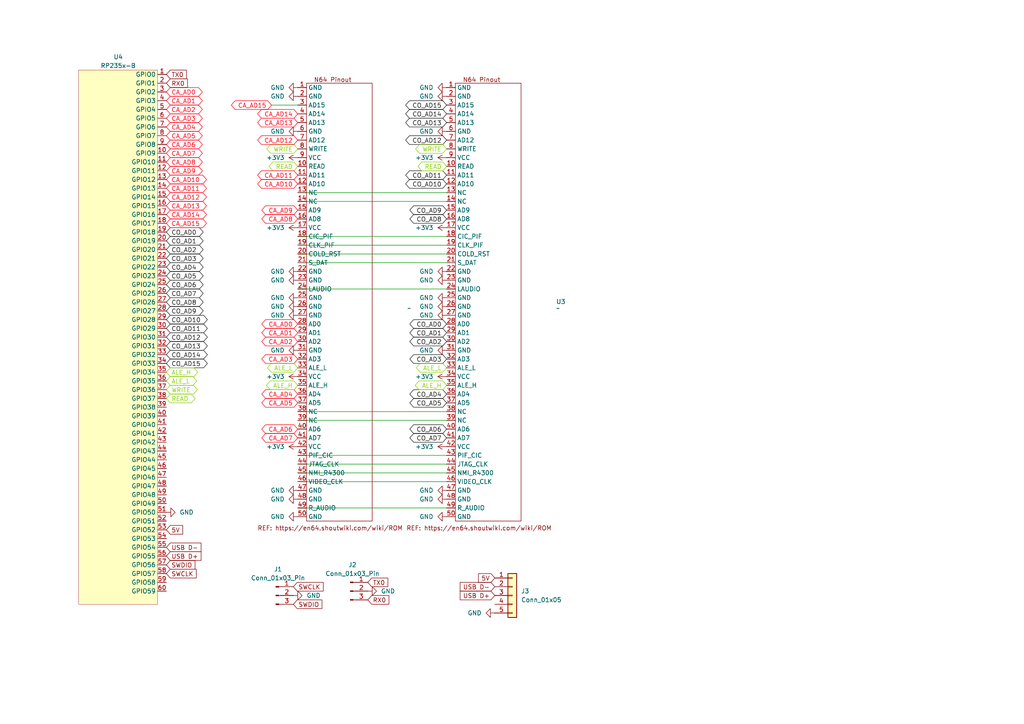
<source format=kicad_sch>
(kicad_sch (version 20231120) (generator "eeschema") (generator_version "8.0")
  (paper "A4")
  (lib_symbols
    (symbol "Connector:Conn_01x03_Pin" (pin_names (offset 1.016) hide)
      (property "Reference" "J" (at 0 5.08 0))
      (property "Value" "Conn_01x03_Pin" (at 0 -5.08 0))
      (symbol "Conn_01x03_Pin_1_1"
        (polyline (pts (xy 1.27 -2.54) (xy 0.8636 -2.54)) (stroke (width 0.1524)))
        (polyline (pts (xy 1.27 0) (xy 0.8636 0)) (stroke (width 0.1524)))
        (polyline (pts (xy 1.27 2.54) (xy 0.8636 2.54)) (stroke (width 0.1524)))
        (rectangle (start 0.8636 -2.413) (end 0 -2.667) (stroke (width 0.1524)) (fill (type outline)))
        (rectangle (start 0.8636 0.127) (end 0 -0.127) (stroke (width 0.1524)) (fill (type outline)))
        (rectangle (start 0.8636 2.667) (end 0 2.413) (stroke (width 0.1524)) (fill (type outline)))
        (pin passive line (at 5.08 2.54 180) (length 3.81) (name "Pin_1") (number "1"))
        (pin passive line (at 5.08 0 180) (length 3.81) (name "Pin_2") (number "2"))
        (pin passive line (at 5.08 -2.54 180) (length 3.81) (name "Pin_3") (number "3"))
      )
    )
    (symbol "Connector_Generic:Conn_01x05" (pin_names (offset 1.016) hide)
      (property "Reference" "J" (at 0 7.62 0))
      (property "Value" "Conn_01x05" (at 0 -7.62 0))
      (symbol "Conn_01x05_1_1"
        (rectangle (start -1.27 -4.953) (end 0 -5.207) (stroke (width 0.1524)))
        (rectangle (start -1.27 -2.413) (end 0 -2.667) (stroke (width 0.1524)))
        (rectangle (start -1.27 0.127) (end 0 -0.127) (stroke (width 0.1524)))
        (rectangle (start -1.27 2.667) (end 0 2.413) (stroke (width 0.1524)))
        (rectangle (start -1.27 5.207) (end 0 4.953) (stroke (width 0.1524)))
        (rectangle (start -1.27 6.35) (end 1.27 -6.35) (stroke (width 0.254)) (fill (type background)))
        (pin passive line (at -5.08 5.08 0) (length 3.81) (name "Pin_1") (number "1"))
        (pin passive line (at -5.08 2.54 0) (length 3.81) (name "Pin_2") (number "2"))
        (pin passive line (at -5.08 0 0) (length 3.81) (name "Pin_3") (number "3"))
        (pin passive line (at -5.08 -2.54 0) (length 3.81) (name "Pin_4") (number "4"))
        (pin passive line (at -5.08 -5.08 0) (length 3.81) (name "Pin_5") (number "5"))
      )
    )
    (symbol "MCU_RaspberryPi2:RP2350B_Stamp_XL"
      (property "Reference" "U" (at 11.43 81.28 0))
      (property "Value" "RP235x-B" (at 0 -77.47 0))
      (symbol "RP2350B_Stamp_XL_0_1"
        (rectangle (start -11.43 78.74) (end 11.43 -76.2) (stroke (width 0.001)) (fill (type background)))
      )
      (symbol "RP2350B_Stamp_XL_1_0"
        (pin bidirectional line (at 13.97 77.47 180) (length 2.54) (name "GPIO0") (number "1"))
        (pin bidirectional line (at 13.97 54.61 180) (length 2.54) (name "GPIO9") (number "10"))
        (pin bidirectional line (at 13.97 52.07 180) (length 2.54) (name "GPIO10") (number "11"))
        (pin bidirectional line (at 13.97 49.53 180) (length 2.54) (name "GPIO11") (number "12"))
        (pin bidirectional line (at 13.97 46.99 180) (length 2.54) (name "GPIO12") (number "13"))
        (pin bidirectional line (at 13.97 44.45 180) (length 2.54) (name "GPIO13") (number "14"))
        (pin bidirectional line (at 13.97 41.91 180) (length 2.54) (name "GPIO14") (number "15"))
        (pin bidirectional line (at 13.97 39.37 180) (length 2.54) (name "GPIO15") (number "16"))
        (pin bidirectional line (at 13.97 36.83 180) (length 2.54) (name "GPIO16") (number "17"))
        (pin bidirectional line (at 13.97 34.29 180) (length 2.54) (name "GPIO17") (number "18"))
        (pin bidirectional line (at 13.97 31.75 180) (length 2.54) (name "GPIO18") (number "19"))
        (pin bidirectional line (at 13.97 74.93 180) (length 2.54) (name "GPIO1") (number "2"))
        (pin bidirectional line (at 13.97 29.21 180) (length 2.54) (name "GPIO19") (number "20"))
        (pin bidirectional line (at 13.97 26.67 180) (length 2.54) (name "GPIO20") (number "21"))
        (pin bidirectional line (at 13.97 24.13 180) (length 2.54) (name "GPIO21") (number "22"))
        (pin bidirectional line (at 13.97 21.59 180) (length 2.54) (name "GPIO22") (number "23"))
        (pin bidirectional line (at 13.97 19.05 180) (length 2.54) (name "GPIO23") (number "24"))
        (pin bidirectional line (at 13.97 16.51 180) (length 2.54) (name "GPIO24") (number "25"))
        (pin bidirectional line (at 13.97 13.97 180) (length 2.54) (name "GPIO25") (number "26"))
        (pin bidirectional line (at 13.97 11.43 180) (length 2.54) (name "GPIO26") (number "27"))
        (pin bidirectional line (at 13.97 8.89 180) (length 2.54) (name "GPIO27") (number "28"))
        (pin bidirectional line (at 13.97 6.35 180) (length 2.54) (name "GPIO28") (number "29"))
        (pin bidirectional line (at 13.97 72.39 180) (length 2.54) (name "GPIO2") (number "3"))
        (pin bidirectional line (at 13.97 3.81 180) (length 2.54) (name "GPIO29") (number "30"))
        (pin bidirectional line (at 13.97 1.27 180) (length 2.54) (name "GPIO30") (number "31"))
        (pin bidirectional line (at 13.97 -1.27 180) (length 2.54) (name "GPIO31") (number "32"))
        (pin bidirectional line (at 13.97 -3.81 180) (length 2.54) (name "GPIO32") (number "33"))
        (pin bidirectional line (at 13.97 -6.35 180) (length 2.54) (name "GPIO33") (number "34"))
        (pin bidirectional line (at 13.97 -8.89 180) (length 2.54) (name "GPIO34") (number "35"))
        (pin bidirectional line (at 13.97 -11.43 180) (length 2.54) (name "GPIO35") (number "36"))
        (pin bidirectional line (at 13.97 -13.97 180) (length 2.54) (name "GPIO36") (number "37"))
        (pin bidirectional line (at 13.97 -16.51 180) (length 2.54) (name "GPIO37") (number "38"))
        (pin bidirectional line (at 13.97 -19.05 180) (length 2.54) (name "GPIO38") (number "39"))
        (pin bidirectional line (at 13.97 69.85 180) (length 2.54) (name "GPIO3") (number "4"))
        (pin bidirectional line (at 13.97 -21.59 180) (length 2.54) (name "GPIO39") (number "40"))
        (pin bidirectional line (at 13.97 -24.13 180) (length 2.54) (name "GPIO40") (number "41"))
        (pin bidirectional line (at 13.97 -26.67 180) (length 2.54) (name "GPIO41") (number "42"))
        (pin bidirectional line (at 13.97 -29.21 180) (length 2.54) (name "GPIO42") (number "43"))
        (pin bidirectional line (at 13.97 -31.75 180) (length 2.54) (name "GPIO43") (number "44"))
        (pin bidirectional line (at 13.97 -34.29 180) (length 2.54) (name "GPIO44") (number "45"))
        (pin bidirectional line (at 13.97 -36.83 180) (length 2.54) (name "GPIO45") (number "46"))
        (pin bidirectional line (at 13.97 -39.37 180) (length 2.54) (name "GPIO46") (number "47"))
        (pin bidirectional line (at 13.97 -41.91 180) (length 2.54) (name "GPIO47") (number "48"))
        (pin bidirectional line (at 13.97 -44.45 180) (length 2.54) (name "GPIO48") (number "49"))
        (pin bidirectional line (at 13.97 67.31 180) (length 2.54) (name "GPIO4") (number "5"))
        (pin bidirectional line (at 13.97 -46.99 180) (length 2.54) (name "GPIO49") (number "50"))
        (pin bidirectional line (at 13.97 -49.53 180) (length 2.54) (name "GPIO50") (number "51"))
        (pin bidirectional line (at 13.97 -52.07 180) (length 2.54) (name "GPIO51") (number "52"))
        (pin bidirectional line (at 13.97 -54.61 180) (length 2.54) (name "GPIO52") (number "53"))
        (pin bidirectional line (at 13.97 -57.15 180) (length 2.54) (name "GPIO53") (number "54"))
        (pin bidirectional line (at 13.97 -59.69 180) (length 2.54) (name "GPIO54") (number "55"))
        (pin bidirectional line (at 13.97 -62.23 180) (length 2.54) (name "GPIO55") (number "56"))
        (pin bidirectional line (at 13.97 -64.77 180) (length 2.54) (name "GPIO56") (number "57"))
        (pin bidirectional line (at 13.97 -67.31 180) (length 2.54) (name "GPIO57") (number "58"))
        (pin bidirectional line (at 13.97 -69.85 180) (length 2.54) (name "GPIO58") (number "59"))
        (pin bidirectional line (at 13.97 64.77 180) (length 2.54) (name "GPIO5") (number "6"))
        (pin bidirectional line (at 13.97 -72.39 180) (length 2.54) (name "GPIO59") (number "60"))
        (pin bidirectional line (at 13.97 62.23 180) (length 2.54) (name "GPIO6") (number "7"))
        (pin bidirectional line (at 13.97 59.69 180) (length 2.54) (name "GPIO7") (number "8"))
        (pin bidirectional line (at 13.97 57.15 180) (length 2.54) (name "GPIO8") (number "9"))
      )
    )
    (symbol "n64:cartridge_connector"
      (property "Reference" "U" (at -20.066 4.064 0))
      (symbol "cartridge_connector_0_1"
        (rectangle (start 0 87.63) (end 19.05 -39.37))
      )
      (symbol "cartridge_connector_1_1"
        (text "N64 Pinout" (at 7.62 88.646 0) (effects (font (size 1.27 1.27))))
        (text "REF: https://en64.shoutwiki.com/wiki/ROM" (at 6.858 -41.402 0) (effects (font (size 1.27 1.27))))
        (pin bidirectional line (at -2.54 86.36 0) (length 2.54) (name "GND") (number "1"))
        (pin bidirectional line (at -2.54 63.5 0) (length 2.54) (name "READ") (number "10"))
        (pin bidirectional line (at -2.54 60.96 0) (length 2.54) (name "AD11") (number "11"))
        (pin bidirectional line (at -2.54 58.42 0) (length 2.54) (name "AD10") (number "12"))
        (pin bidirectional line (at -2.54 55.88 0) (length 2.54) (name "NC") (number "13"))
        (pin bidirectional line (at -2.54 53.34 0) (length 2.54) (name "NC") (number "14"))
        (pin bidirectional line (at -2.54 50.8 0) (length 2.54) (name "AD9") (number "15"))
        (pin bidirectional line (at -2.54 48.26 0) (length 2.54) (name "AD8") (number "16"))
        (pin bidirectional line (at -2.54 45.72 0) (length 2.54) (name "VCC") (number "17"))
        (pin bidirectional line (at -2.54 43.18 0) (length 2.54) (name "CIC_PIF") (number "18"))
        (pin bidirectional line (at -2.54 40.64 0) (length 2.54) (name "CLK_PIF") (number "19"))
        (pin bidirectional line (at -2.54 83.82 0) (length 2.54) (name "GND") (number "2"))
        (pin bidirectional line (at -2.54 38.1 0) (length 2.54) (name "COLD_RST") (number "20"))
        (pin bidirectional line (at -2.54 35.56 0) (length 2.54) (name "S_DAT") (number "21"))
        (pin bidirectional line (at -2.54 33.02 0) (length 2.54) (name "GND") (number "22"))
        (pin bidirectional line (at -2.54 30.48 0) (length 2.54) (name "GND") (number "23"))
        (pin bidirectional line (at -2.54 27.94 0) (length 2.54) (name "LAUDIO") (number "24"))
        (pin bidirectional line (at -2.54 25.4 0) (length 2.54) (name "GND") (number "25"))
        (pin bidirectional line (at -2.54 22.86 0) (length 2.54) (name "GND") (number "26"))
        (pin bidirectional line (at -2.54 20.32 0) (length 2.54) (name "GND") (number "27"))
        (pin bidirectional line (at -2.54 17.78 0) (length 2.54) (name "AD0") (number "28"))
        (pin bidirectional line (at -2.54 15.24 0) (length 2.54) (name "AD1") (number "29"))
        (pin bidirectional line (at -2.54 81.28 0) (length 2.54) (name "AD15") (number "3"))
        (pin bidirectional line (at -2.54 12.7 0) (length 2.54) (name "AD2") (number "30"))
        (pin bidirectional line (at -2.54 10.16 0) (length 2.54) (name "GND") (number "31"))
        (pin bidirectional line (at -2.54 7.62 0) (length 2.54) (name "AD3") (number "32"))
        (pin bidirectional line (at -2.54 5.08 0) (length 2.54) (name "ALE_L") (number "33"))
        (pin bidirectional line (at -2.54 2.54 0) (length 2.54) (name "VCC") (number "34"))
        (pin bidirectional line (at -2.54 0 0) (length 2.54) (name "ALE_H") (number "35"))
        (pin bidirectional line (at -2.54 -2.54 0) (length 2.54) (name "AD4") (number "36"))
        (pin bidirectional line (at -2.54 -5.08 0) (length 2.54) (name "AD5") (number "37"))
        (pin bidirectional line (at -2.54 -7.62 0) (length 2.54) (name "NC") (number "38"))
        (pin bidirectional line (at -2.54 -10.16 0) (length 2.54) (name "NC") (number "39"))
        (pin bidirectional line (at -2.54 78.74 0) (length 2.54) (name "AD14") (number "4"))
        (pin bidirectional line (at -2.54 -12.7 0) (length 2.54) (name "AD6") (number "40"))
        (pin bidirectional line (at -2.54 -15.24 0) (length 2.54) (name "AD7") (number "41"))
        (pin bidirectional line (at -2.54 -17.78 0) (length 2.54) (name "VCC") (number "42"))
        (pin bidirectional line (at -2.54 -20.32 0) (length 2.54) (name "PIF_CIC") (number "43"))
        (pin bidirectional line (at -2.54 -22.86 0) (length 2.54) (name "JTAG_CLK") (number "44"))
        (pin bidirectional line (at -2.54 -25.4 0) (length 2.54) (name "NMI_R4300") (number "45"))
        (pin bidirectional line (at -2.54 -27.94 0) (length 2.54) (name "VIDEO_CLK") (number "46"))
        (pin bidirectional line (at -2.54 -30.48 0) (length 2.54) (name "GND") (number "47"))
        (pin bidirectional line (at -2.54 -33.02 0) (length 2.54) (name "GND") (number "48"))
        (pin bidirectional line (at -2.54 -35.56 0) (length 2.54) (name "R_AUDIO") (number "49"))
        (pin bidirectional line (at -2.54 76.2 0) (length 2.54) (name "AD13") (number "5"))
        (pin bidirectional line (at -2.54 -38.1 0) (length 2.54) (name "GND") (number "50"))
        (pin bidirectional line (at -2.54 73.66 0) (length 2.54) (name "GND") (number "6"))
        (pin bidirectional line (at -2.54 71.12 0) (length 2.54) (name "AD12") (number "7"))
        (pin bidirectional line (at -2.54 68.58 0) (length 2.54) (name "WRITE") (number "8"))
        (pin bidirectional line (at -2.54 66.04 0) (length 2.54) (name "VCC") (number "9"))
      )
    )
    (symbol "n64:console_connector"
      (property "Reference" "U" (at -20.066 4.064 0))
      (symbol "console_connector_0_1"
        (rectangle (start 0 87.63) (end 19.05 -39.37))
      )
      (symbol "console_connector_1_1"
        (text "N64 Pinout" (at 7.62 88.646 0) (effects (font (size 1.27 1.27))))
        (text "REF: https://en64.shoutwiki.com/wiki/ROM" (at 6.858 -41.402 0) (effects (font (size 1.27 1.27))))
        (pin bidirectional line (at -2.54 86.36 0) (length 2.54) (name "GND") (number "1"))
        (pin bidirectional line (at -2.54 63.5 0) (length 2.54) (name "READ") (number "10"))
        (pin bidirectional line (at -2.54 60.96 0) (length 2.54) (name "AD11") (number "11"))
        (pin bidirectional line (at -2.54 58.42 0) (length 2.54) (name "AD10") (number "12"))
        (pin bidirectional line (at -2.54 55.88 0) (length 2.54) (name "NC") (number "13"))
        (pin bidirectional line (at -2.54 53.34 0) (length 2.54) (name "NC") (number "14"))
        (pin bidirectional line (at -2.54 50.8 0) (length 2.54) (name "AD9") (number "15"))
        (pin bidirectional line (at -2.54 48.26 0) (length 2.54) (name "AD8") (number "16"))
        (pin bidirectional line (at -2.54 45.72 0) (length 2.54) (name "VCC") (number "17"))
        (pin bidirectional line (at -2.54 43.18 0) (length 2.54) (name "CIC_PIF") (number "18"))
        (pin bidirectional line (at -2.54 40.64 0) (length 2.54) (name "CLK_PIF") (number "19"))
        (pin bidirectional line (at -2.54 83.82 0) (length 2.54) (name "GND") (number "2"))
        (pin bidirectional line (at -2.54 38.1 0) (length 2.54) (name "COLD_RST") (number "20"))
        (pin bidirectional line (at -2.54 35.56 0) (length 2.54) (name "S_DAT") (number "21"))
        (pin bidirectional line (at -2.54 33.02 0) (length 2.54) (name "GND") (number "22"))
        (pin bidirectional line (at -2.54 30.48 0) (length 2.54) (name "GND") (number "23"))
        (pin bidirectional line (at -2.54 27.94 0) (length 2.54) (name "LAUDIO") (number "24"))
        (pin bidirectional line (at -2.54 25.4 0) (length 2.54) (name "GND") (number "25"))
        (pin bidirectional line (at -2.54 22.86 0) (length 2.54) (name "GND") (number "26"))
        (pin bidirectional line (at -2.54 20.32 0) (length 2.54) (name "GND") (number "27"))
        (pin bidirectional line (at -2.54 17.78 0) (length 2.54) (name "AD0") (number "28"))
        (pin bidirectional line (at -2.54 15.24 0) (length 2.54) (name "AD1") (number "29"))
        (pin bidirectional line (at -2.54 81.28 0) (length 2.54) (name "AD15") (number "3"))
        (pin bidirectional line (at -2.54 12.7 0) (length 2.54) (name "AD2") (number "30"))
        (pin bidirectional line (at -2.54 10.16 0) (length 2.54) (name "GND") (number "31"))
        (pin bidirectional line (at -2.54 7.62 0) (length 2.54) (name "AD3") (number "32"))
        (pin bidirectional line (at -2.54 5.08 0) (length 2.54) (name "ALE_L") (number "33"))
        (pin bidirectional line (at -2.54 2.54 0) (length 2.54) (name "VCC") (number "34"))
        (pin bidirectional line (at -2.54 0 0) (length 2.54) (name "ALE_H") (number "35"))
        (pin bidirectional line (at -2.54 -2.54 0) (length 2.54) (name "AD4") (number "36"))
        (pin bidirectional line (at -2.54 -5.08 0) (length 2.54) (name "AD5") (number "37"))
        (pin bidirectional line (at -2.54 -7.62 0) (length 2.54) (name "NC") (number "38"))
        (pin bidirectional line (at -2.54 -10.16 0) (length 2.54) (name "NC") (number "39"))
        (pin bidirectional line (at -2.54 78.74 0) (length 2.54) (name "AD14") (number "4"))
        (pin bidirectional line (at -2.54 -12.7 0) (length 2.54) (name "AD6") (number "40"))
        (pin bidirectional line (at -2.54 -15.24 0) (length 2.54) (name "AD7") (number "41"))
        (pin bidirectional line (at -2.54 -17.78 0) (length 2.54) (name "VCC") (number "42"))
        (pin bidirectional line (at -2.54 -20.32 0) (length 2.54) (name "PIF_CIC") (number "43"))
        (pin bidirectional line (at -2.54 -22.86 0) (length 2.54) (name "JTAG_CLK") (number "44"))
        (pin bidirectional line (at -2.54 -25.4 0) (length 2.54) (name "NMI_R4300") (number "45"))
        (pin bidirectional line (at -2.54 -27.94 0) (length 2.54) (name "VIDEO_CLK") (number "46"))
        (pin bidirectional line (at -2.54 -30.48 0) (length 2.54) (name "GND") (number "47"))
        (pin bidirectional line (at -2.54 -33.02 0) (length 2.54) (name "GND") (number "48"))
        (pin bidirectional line (at -2.54 -35.56 0) (length 2.54) (name "R_AUDIO") (number "49"))
        (pin bidirectional line (at -2.54 76.2 0) (length 2.54) (name "AD13") (number "5"))
        (pin bidirectional line (at -2.54 -38.1 0) (length 2.54) (name "GND") (number "50"))
        (pin bidirectional line (at -2.54 73.66 0) (length 2.54) (name "GND") (number "6"))
        (pin bidirectional line (at -2.54 71.12 0) (length 2.54) (name "AD12") (number "7"))
        (pin bidirectional line (at -2.54 68.58 0) (length 2.54) (name "WRITE") (number "8"))
        (pin bidirectional line (at -2.54 66.04 0) (length 2.54) (name "VCC") (number "9"))
      )
    )
    (symbol "power:+3V3" (power) (pin_numbers hide) (pin_names (offset 0) hide)
      (property "Value" "+3V3" (at 0 3.556 0))
      (symbol "+3V3_0_1"
        (polyline (pts (xy -0.762 1.27) (xy 0 2.54)))
        (polyline (pts (xy 0 0) (xy 0 2.54)))
        (polyline (pts (xy 0 2.54) (xy 0.762 1.27)))
      )
      (symbol "+3V3_1_1"
        (pin power_in line (at 0 0 90) (length 0) (name "~") (number "1"))
      )
    )
    (symbol "power:GND" (power) (pin_numbers hide) (pin_names (offset 0) hide)
      (property "Value" "GND" (at 0 -3.81 0))
      (symbol "GND_0_1"
        (polyline (pts (xy 0 0) (xy 0 -1.27) (xy 1.27 -1.27) (xy 0 -2.54) (xy -1.27 -1.27) (xy 0 -1.27)))
      )
      (symbol "GND_1_1"
        (pin power_in line (at 0 0 270) (length 0) (name "~") (number "1"))
      )
    )
  )
  (wire (pts (xy 86.36 121.92) (xy 129.54 121.92)))
  (wire (pts (xy 86.36 119.38) (xy 129.54 119.38)))
  (wire (pts (xy 86.36 137.16) (xy 129.54 137.16)))
  (wire (pts (xy 86.36 134.62) (xy 129.54 134.62)))
  (wire (pts (xy 86.36 147.32) (xy 129.54 147.32)))
  (wire (pts (xy 86.36 83.82) (xy 129.54 83.82)))
  (wire (pts (xy 86.36 73.66) (xy 129.54 73.66)))
  (wire (pts (xy 86.36 76.2) (xy 129.54 76.2)))
  (wire (pts (xy 86.36 139.7) (xy 129.54 139.7)))
  (wire (pts (xy 86.36 132.08) (xy 129.54 132.08)))
  (wire (pts (xy 86.36 68.58) (xy 129.54 68.58)))
  (wire (pts (xy 86.36 71.12) (xy 129.54 71.12)))
  (wire (pts (xy 86.36 58.42) (xy 129.54 58.42)))
  (wire (pts (xy 78.74 30.48) (xy 86.36 30.48)))
  (wire (pts (xy 86.36 55.88) (xy 129.54 55.88)))
  (global_label "CA_AD3" (shape bidirectional) (at 48.26 34.29 0) (property "Intersheetrefs" "${INTERSHEET_REFS}" (effects (hide yes))))
  (global_label "SWCLK" (shape input) (at 85.09 170.18 0) (property "Intersheetrefs" "${INTERSHEET_REFS}" (effects (hide yes))))
  (global_label "CO_AD12" (shape bidirectional) (at 48.26 97.79 0) (property "Intersheetrefs" "${INTERSHEET_REFS}" (effects (hide yes))))
  (global_label "CO_AD5" (shape bidirectional) (at 48.26 80.01 0) (property "Intersheetrefs" "${INTERSHEET_REFS}" (effects (hide yes))))
  (global_label "CO_AD8" (shape bidirectional) (at 129.54 63.5 180) (property "Intersheetrefs" "${INTERSHEET_REFS}" (effects (hide yes))))
  (global_label "CO_AD4" (shape bidirectional) (at 129.54 114.3 180) (property "Intersheetrefs" "${INTERSHEET_REFS}" (effects (hide yes))))
  (global_label "CO_AD3" (shape bidirectional) (at 48.26 74.93 0) (property "Intersheetrefs" "${INTERSHEET_REFS}" (effects (hide yes))))
  (global_label "CA_AD7" (shape bidirectional) (at 86.36 127 180) (property "Intersheetrefs" "${INTERSHEET_REFS}" (effects (hide yes))))
  (global_label "CO_AD15" (shape bidirectional) (at 48.26 105.41 0) (property "Intersheetrefs" "${INTERSHEET_REFS}" (effects (hide yes))))
  (global_label "CO_AD14" (shape bidirectional) (at 48.26 102.87 0) (property "Intersheetrefs" "${INTERSHEET_REFS}" (effects (hide yes))))
  (global_label "CO_AD2" (shape bidirectional) (at 48.26 72.39 0) (property "Intersheetrefs" "${INTERSHEET_REFS}" (effects (hide yes))))
  (global_label "CA_AD4" (shape bidirectional) (at 86.36 114.3 180) (property "Intersheetrefs" "${INTERSHEET_REFS}" (effects (hide yes))))
  (global_label "CO_AD15" (shape bidirectional) (at 129.54 30.48 180) (property "Intersheetrefs" "${INTERSHEET_REFS}" (effects (hide yes))))
  (global_label "CO_AD8" (shape bidirectional) (at 48.26 87.63 0) (property "Intersheetrefs" "${INTERSHEET_REFS}" (effects (hide yes))))
  (global_label "CA_AD15" (shape bidirectional) (at 78.74 30.48 180) (property "Intersheetrefs" "${INTERSHEET_REFS}" (effects (hide yes))))
  (global_label "CO_AD0" (shape bidirectional) (at 129.54 93.98 180) (property "Intersheetrefs" "${INTERSHEET_REFS}" (effects (hide yes))))
  (global_label "ALE_L" (shape bidirectional) (at 48.26 110.49 0) (property "Intersheetrefs" "${INTERSHEET_REFS}" (effects (hide yes))))
  (global_label "CA_AD8" (shape bidirectional) (at 86.36 63.5 180) (property "Intersheetrefs" "${INTERSHEET_REFS}" (effects (hide yes))))
  (global_label "WRITE" (shape bidirectional) (at 129.54 43.18 180) (property "Intersheetrefs" "${INTERSHEET_REFS}" (effects (hide yes))))
  (global_label "CO_AD13" (shape bidirectional) (at 48.26 100.33 0) (property "Intersheetrefs" "${INTERSHEET_REFS}" (effects (hide yes))))
  (global_label "CO_AD1" (shape bidirectional) (at 129.54 96.52 180) (property "Intersheetrefs" "${INTERSHEET_REFS}" (effects (hide yes))))
  (global_label "ALE_L" (shape bidirectional) (at 86.36 106.68 180) (property "Intersheetrefs" "${INTERSHEET_REFS}" (effects (hide yes))))
  (global_label "CO_AD7" (shape bidirectional) (at 48.26 85.09 0) (property "Intersheetrefs" "${INTERSHEET_REFS}" (effects (hide yes))))
  (global_label "CA_AD15" (shape bidirectional) (at 48.26 64.77 0) (property "Intersheetrefs" "${INTERSHEET_REFS}" (effects (hide yes))))
  (global_label "TX0" (shape input) (at 48.26 21.59 0) (property "Intersheetrefs" "${INTERSHEET_REFS}" (effects (hide yes))))
  (global_label "RX0" (shape input) (at 106.68 173.99 0) (property "Intersheetrefs" "${INTERSHEET_REFS}" (effects (hide yes))))
  (global_label "CA_AD5" (shape bidirectional) (at 86.36 116.84 180) (property "Intersheetrefs" "${INTERSHEET_REFS}" (effects (hide yes))))
  (global_label "READ" (shape bidirectional) (at 48.26 115.57 0) (property "Intersheetrefs" "${INTERSHEET_REFS}" (effects (hide yes))))
  (global_label "ALE_H" (shape bidirectional) (at 86.36 111.76 180) (property "Intersheetrefs" "${INTERSHEET_REFS}" (effects (hide yes))))
  (global_label "CO_AD4" (shape bidirectional) (at 48.26 77.47 0) (property "Intersheetrefs" "${INTERSHEET_REFS}" (effects (hide yes))))
  (global_label "ALE_L" (shape bidirectional) (at 129.54 106.68 180) (property "Intersheetrefs" "${INTERSHEET_REFS}" (effects (hide yes))))
  (global_label "CO_AD1" (shape bidirectional) (at 48.26 69.85 0) (property "Intersheetrefs" "${INTERSHEET_REFS}" (effects (hide yes))))
  (global_label "ALE_H" (shape bidirectional) (at 129.54 111.76 180) (property "Intersheetrefs" "${INTERSHEET_REFS}" (effects (hide yes))))
  (global_label "CA_AD14" (shape bidirectional) (at 86.36 33.02 180) (property "Intersheetrefs" "${INTERSHEET_REFS}" (effects (hide yes))))
  (global_label "SWCLK" (shape input) (at 48.26 166.37 0) (property "Intersheetrefs" "${INTERSHEET_REFS}" (effects (hide yes))))
  (global_label "CA_AD12" (shape bidirectional) (at 48.26 57.15 0) (property "Intersheetrefs" "${INTERSHEET_REFS}" (effects (hide yes))))
  (global_label "CO_AD9" (shape bidirectional) (at 48.26 90.17 0) (property "Intersheetrefs" "${INTERSHEET_REFS}" (effects (hide yes))))
  (global_label "CA_AD9" (shape bidirectional) (at 48.26 49.53 0) (property "Intersheetrefs" "${INTERSHEET_REFS}" (effects (hide yes))))
  (global_label "TX0" (shape input) (at 106.68 168.91 0) (property "Intersheetrefs" "${INTERSHEET_REFS}" (effects (hide yes))))
  (global_label "CO_AD13" (shape bidirectional) (at 129.54 35.56 180) (property "Intersheetrefs" "${INTERSHEET_REFS}" (effects (hide yes))))
  (global_label "CO_AD5" (shape bidirectional) (at 129.54 116.84 180) (property "Intersheetrefs" "${INTERSHEET_REFS}" (effects (hide yes))))
  (global_label "CA_AD2" (shape bidirectional) (at 48.26 31.75 0) (property "Intersheetrefs" "${INTERSHEET_REFS}" (effects (hide yes))))
  (global_label "CA_AD2" (shape bidirectional) (at 86.36 99.06 180) (property "Intersheetrefs" "${INTERSHEET_REFS}" (effects (hide yes))))
  (global_label "SWDIO" (shape input) (at 85.09 175.26 0) (property "Intersheetrefs" "${INTERSHEET_REFS}" (effects (hide yes))))
  (global_label "CA_AD8" (shape bidirectional) (at 48.26 46.99 0) (property "Intersheetrefs" "${INTERSHEET_REFS}" (effects (hide yes))))
  (global_label "CA_AD12" (shape bidirectional) (at 86.36 40.64 180) (property "Intersheetrefs" "${INTERSHEET_REFS}" (effects (hide yes))))
  (global_label "ALE_H" (shape bidirectional) (at 48.26 107.95 0) (property "Intersheetrefs" "${INTERSHEET_REFS}" (effects (hide yes))))
  (global_label "CA_AD10" (shape bidirectional) (at 48.26 52.07 0) (property "Intersheetrefs" "${INTERSHEET_REFS}" (effects (hide yes))))
  (global_label "CO_AD10" (shape bidirectional) (at 48.26 92.71 0) (property "Intersheetrefs" "${INTERSHEET_REFS}" (effects (hide yes))))
  (global_label "USB D+" (shape input) (at 48.26 161.29 0) (property "Intersheetrefs" "${INTERSHEET_REFS}" (effects (hide yes))))
  (global_label "5V" (shape input) (at 143.51 167.64 180) (property "Intersheetrefs" "${INTERSHEET_REFS}" (effects (hide yes))))
  (global_label "CO_AD0" (shape bidirectional) (at 48.26 67.31 0) (property "Intersheetrefs" "${INTERSHEET_REFS}" (effects (hide yes))))
  (global_label "CA_AD10" (shape bidirectional) (at 86.36 53.34 180) (property "Intersheetrefs" "${INTERSHEET_REFS}" (effects (hide yes))))
  (global_label "CO_AD14" (shape bidirectional) (at 129.54 33.02 180) (property "Intersheetrefs" "${INTERSHEET_REFS}" (effects (hide yes))))
  (global_label "CO_AD11" (shape bidirectional) (at 48.26 95.25 0) (property "Intersheetrefs" "${INTERSHEET_REFS}" (effects (hide yes))))
  (global_label "CA_AD7" (shape bidirectional) (at 48.26 44.45 0) (property "Intersheetrefs" "${INTERSHEET_REFS}" (effects (hide yes))))
  (global_label "CO_AD12" (shape bidirectional) (at 129.54 40.64 180) (property "Intersheetrefs" "${INTERSHEET_REFS}" (effects (hide yes))))
  (global_label "READ" (shape bidirectional) (at 86.36 48.26 180) (property "Intersheetrefs" "${INTERSHEET_REFS}" (effects (hide yes))))
  (global_label "CO_AD6" (shape bidirectional) (at 129.54 124.46 180) (property "Intersheetrefs" "${INTERSHEET_REFS}" (effects (hide yes))))
  (global_label "WRITE" (shape bidirectional) (at 86.36 43.18 180) (property "Intersheetrefs" "${INTERSHEET_REFS}" (effects (hide yes))))
  (global_label "CA_AD0" (shape bidirectional) (at 86.36 93.98 180) (property "Intersheetrefs" "${INTERSHEET_REFS}" (effects (hide yes))))
  (global_label "CA_AD6" (shape bidirectional) (at 48.26 41.91 0) (property "Intersheetrefs" "${INTERSHEET_REFS}" (effects (hide yes))))
  (global_label "CO_AD3" (shape bidirectional) (at 129.54 104.14 180) (property "Intersheetrefs" "${INTERSHEET_REFS}" (effects (hide yes))))
  (global_label "CO_AD11" (shape bidirectional) (at 129.54 50.8 180) (property "Intersheetrefs" "${INTERSHEET_REFS}" (effects (hide yes))))
  (global_label "CA_AD1" (shape bidirectional) (at 86.36 96.52 180) (property "Intersheetrefs" "${INTERSHEET_REFS}" (effects (hide yes))))
  (global_label "CA_AD1" (shape bidirectional) (at 48.26 29.21 0) (property "Intersheetrefs" "${INTERSHEET_REFS}" (effects (hide yes))))
  (global_label "CO_AD9" (shape bidirectional) (at 129.54 60.96 180) (property "Intersheetrefs" "${INTERSHEET_REFS}" (effects (hide yes))))
  (global_label "RX0" (shape input) (at 48.26 24.13 0) (property "Intersheetrefs" "${INTERSHEET_REFS}" (effects (hide yes))))
  (global_label "WRITE" (shape bidirectional) (at 48.26 113.03 0) (property "Intersheetrefs" "${INTERSHEET_REFS}" (effects (hide yes))))
  (global_label "CA_AD9" (shape bidirectional) (at 86.36 60.96 180) (property "Intersheetrefs" "${INTERSHEET_REFS}" (effects (hide yes))))
  (global_label "CA_AD6" (shape bidirectional) (at 86.36 124.46 180) (property "Intersheetrefs" "${INTERSHEET_REFS}" (effects (hide yes))))
  (global_label "CA_AD4" (shape bidirectional) (at 48.26 36.83 0) (property "Intersheetrefs" "${INTERSHEET_REFS}" (effects (hide yes))))
  (global_label "CA_AD13" (shape bidirectional) (at 48.26 59.69 0) (property "Intersheetrefs" "${INTERSHEET_REFS}" (effects (hide yes))))
  (global_label "READ" (shape bidirectional) (at 129.54 48.26 180) (property "Intersheetrefs" "${INTERSHEET_REFS}" (effects (hide yes))))
  (global_label "CO_AD6" (shape bidirectional) (at 48.26 82.55 0) (property "Intersheetrefs" "${INTERSHEET_REFS}" (effects (hide yes))))
  (global_label "5V" (shape input) (at 48.26 153.67 0) (property "Intersheetrefs" "${INTERSHEET_REFS}" (effects (hide yes))))
  (global_label "SWDIO" (shape input) (at 48.26 163.83 0) (property "Intersheetrefs" "${INTERSHEET_REFS}" (effects (hide yes))))
  (global_label "CA_AD13" (shape bidirectional) (at 86.36 35.56 180) (property "Intersheetrefs" "${INTERSHEET_REFS}" (effects (hide yes))))
  (global_label "USB D-" (shape input) (at 48.26 158.75 0) (property "Intersheetrefs" "${INTERSHEET_REFS}" (effects (hide yes))))
  (global_label "CA_AD0" (shape bidirectional) (at 48.26 26.67 0) (property "Intersheetrefs" "${INTERSHEET_REFS}" (effects (hide yes))))
  (global_label "CA_AD11" (shape bidirectional) (at 48.26 54.61 0) (property "Intersheetrefs" "${INTERSHEET_REFS}" (effects (hide yes))))
  (global_label "CA_AD5" (shape bidirectional) (at 48.26 39.37 0) (property "Intersheetrefs" "${INTERSHEET_REFS}" (effects (hide yes))))
  (global_label "CO_AD10" (shape bidirectional) (at 129.54 53.34 180) (property "Intersheetrefs" "${INTERSHEET_REFS}" (effects (hide yes))))
  (global_label "USB D-" (shape input) (at 143.51 170.18 180) (property "Intersheetrefs" "${INTERSHEET_REFS}" (effects (hide yes))))
  (global_label "CO_AD7" (shape bidirectional) (at 129.54 127 180) (property "Intersheetrefs" "${INTERSHEET_REFS}" (effects (hide yes))))
  (global_label "CA_AD11" (shape bidirectional) (at 86.36 50.8 180) (property "Intersheetrefs" "${INTERSHEET_REFS}" (effects (hide yes))))
  (global_label "CA_AD3" (shape bidirectional) (at 86.36 104.14 180) (property "Intersheetrefs" "${INTERSHEET_REFS}" (effects (hide yes))))
  (global_label "CO_AD2" (shape bidirectional) (at 129.54 99.06 180) (property "Intersheetrefs" "${INTERSHEET_REFS}" (effects (hide yes))))
  (global_label "USB D+" (shape input) (at 143.51 172.72 180) (property "Intersheetrefs" "${INTERSHEET_REFS}" (effects (hide yes))))
  (global_label "CA_AD14" (shape bidirectional) (at 48.26 62.23 0) (property "Intersheetrefs" "${INTERSHEET_REFS}" (effects (hide yes))))
  (symbol (lib_id "power:GND") (at 129.54 78.74 270) (unit 1)
    (property "Reference" "#PWR013" (effects (hide yes)))
    (property "Value" "GND" (at 125.73 78.7399 90) (effects (justify right)))
    (property "Description" "Power symbol creates a global label with name \"GND\" , ground" (effects (hide yes)))
  )
  (symbol (lib_id "power:GND") (at 129.54 38.1 270) (unit 1)
    (property "Reference" "#PWR022" (effects (hide yes)))
    (property "Value" "GND" (at 125.73 38.0999 90) (effects (justify right)))
    (property "Description" "Power symbol creates a global label with name \"GND\" , ground" (effects (hide yes)))
  )
  (symbol (lib_id "power:+3V3") (at 129.54 109.22 90) (unit 1)
    (property "Reference" "#PWR042" (effects (hide yes)))
    (property "Value" "+3V3" (at 125.73 109.2199 90) (effects (justify left)))
    (property "Description" "Power symbol creates a global label with name \"+3V3\"" (effects (hide yes)))
  )
  (symbol (lib_id "power:GND") (at 85.09 172.72 90) (unit 1)
    (property "Reference" "#PWR026" (effects (hide yes)))
    (property "Value" "GND" (at 88.9 172.7199 90) (effects (justify right)))
    (property "Description" "Power symbol creates a global label with name \"GND\" , ground" (effects (hide yes)))
  )
  (symbol (lib_id "power:GND") (at 86.36 38.1 270) (unit 1)
    (property "Reference" "#PWR010" (effects (hide yes)))
    (property "Value" "GND" (at 82.55 38.0999 90) (effects (justify right)))
    (property "Description" "Power symbol creates a global label with name \"GND\" , ground" (effects (hide yes)))
  )
  (symbol (lib_id "power:GND") (at 86.36 81.28 270) (unit 1)
    (property "Reference" "#PWR08" (effects (hide yes)))
    (property "Value" "GND" (at 82.55 81.2799 90) (effects (justify right)))
    (property "Description" "Power symbol creates a global label with name \"GND\" , ground" (effects (hide yes)))
  )
  (symbol (lib_id "power:GND") (at 86.36 101.6 270) (unit 1)
    (property "Reference" "#PWR04" (effects (hide yes)))
    (property "Value" "GND" (at 82.55 101.5999 90) (effects (justify right)))
    (property "Description" "Power symbol creates a global label with name \"GND\" , ground" (effects (hide yes)))
  )
  (symbol (lib_id "power:GND") (at 86.36 142.24 270) (unit 1)
    (property "Reference" "#PWR03" (effects (hide yes)))
    (property "Value" "GND" (at 82.55 142.2399 90) (effects (justify right)))
    (property "Description" "Power symbol creates a global label with name \"GND\" , ground" (effects (hide yes)))
  )
  (symbol (lib_id "power:GND") (at 86.36 144.78 270) (unit 1)
    (property "Reference" "#PWR02" (effects (hide yes)))
    (property "Value" "GND" (at 82.55 144.7799 90) (effects (justify right)))
    (property "Description" "Power symbol creates a global label with name \"GND\" , ground" (effects (hide yes)))
  )
  (symbol (lib_id "power:GND") (at 129.54 142.24 270) (unit 1)
    (property "Reference" "#PWR018" (effects (hide yes)))
    (property "Value" "GND" (at 125.73 142.2399 90) (effects (justify right)))
    (property "Description" "Power symbol creates a global label with name \"GND\" , ground" (effects (hide yes)))
  )
  (symbol (lib_id "power:GND") (at 129.54 81.28 270) (unit 1)
    (property "Reference" "#PWR014" (effects (hide yes)))
    (property "Value" "GND" (at 125.73 81.2799 90) (effects (justify right)))
    (property "Description" "Power symbol creates a global label with name \"GND\" , ground" (effects (hide yes)))
  )
  (symbol (lib_id "power:+3V3") (at 129.54 66.04 90) (unit 1)
    (property "Reference" "#PWR041" (effects (hide yes)))
    (property "Value" "+3V3" (at 125.73 66.0399 90) (effects (justify left)))
    (property "Description" "Power symbol creates a global label with name \"+3V3\"" (effects (hide yes)))
  )
  (symbol (lib_id "power:+3V3") (at 86.36 109.22 90) (unit 1)
    (property "Reference" "#PWR038" (effects (hide yes)))
    (property "Value" "+3V3" (at 82.55 109.2199 90) (effects (justify left)))
    (property "Description" "Power symbol creates a global label with name \"+3V3\"" (effects (hide yes)))
  )
  (symbol (lib_id "Connector:Conn_01x03_Pin") (at 80.01 172.72 0) (unit 1)
    (property "Reference" "J1" (at 80.645 165.1 0))
    (property "Value" "Conn_01x03_Pin" (at 80.645 167.64 0))
    (property "Footprint" "Connector_PinHeader_2.54mm:PinHeader_1x03_P2.54mm_Vertical" (effects (hide yes)))
    (property "Description" "Generic connector, single row, 01x03, script generated" (effects (hide yes)))
  )
  (symbol (lib_id "n64:cartridge_connector") (at 88.9 111.76 0) (unit 1)
    (property "Reference" "U2" (effects (hide yes)))
    (property "Value" "~" (at 118.11 89.408 0) (effects (justify left)))
    (property "Footprint" "n64_library:N64_cartridge_connecter_2.5mm" (effects (hide yes)))
  )
  (symbol (lib_id "power:GND") (at 86.36 27.94 270) (unit 1)
    (property "Reference" "#PWR012" (effects (hide yes)))
    (property "Value" "GND" (at 82.55 27.9399 90) (effects (justify right)))
    (property "Description" "Power symbol creates a global label with name \"GND\" , ground" (effects (hide yes)))
  )
  (symbol (lib_id "power:GND") (at 106.68 171.45 90) (unit 1)
    (property "Reference" "#PWR027" (effects (hide yes)))
    (property "Value" "GND" (at 110.49 171.4499 90) (effects (justify right)))
    (property "Description" "Power symbol creates a global label with name \"GND\" , ground" (effects (hide yes)))
  )
  (symbol (lib_id "power:GND") (at 86.36 25.4 270) (unit 1)
    (property "Reference" "#PWR011" (effects (hide yes)))
    (property "Value" "GND" (at 82.55 25.3999 90) (effects (justify right)))
    (property "Description" "Power symbol creates a global label with name \"GND\" , ground" (effects (hide yes)))
  )
  (symbol (lib_id "n64:console_connector") (at 132.08 111.76 0) (unit 1)
    (property "Reference" "U3" (at 161.29 87.5029 0) (effects (justify left)))
    (property "Value" "~" (at 161.29 89.408 0) (effects (justify left)))
    (property "Footprint" "n64_library:N64_cartridge_pins_2.5mm" (effects (hide yes)))
  )
  (symbol (lib_id "power:GND") (at 143.51 177.8 270) (unit 1)
    (property "Reference" "#PWR029" (effects (hide yes)))
    (property "Value" "GND" (at 139.7 177.7999 90) (effects (justify right)))
    (property "Description" "Power symbol creates a global label with name \"GND\" , ground" (effects (hide yes)))
  )
  (symbol (lib_id "power:GND") (at 129.54 27.94 270) (unit 1)
    (property "Reference" "#PWR023" (effects (hide yes)))
    (property "Value" "GND" (at 125.73 27.9399 90) (effects (justify right)))
    (property "Description" "Power symbol creates a global label with name \"GND\" , ground" (effects (hide yes)))
  )
  (symbol (lib_id "power:GND") (at 129.54 86.36 270) (unit 1)
    (property "Reference" "#PWR015" (effects (hide yes)))
    (property "Value" "GND" (at 125.73 86.3599 90) (effects (justify right)))
    (property "Description" "Power symbol creates a global label with name \"GND\" , ground" (effects (hide yes)))
  )
  (symbol (lib_id "power:GND") (at 129.54 144.78 270) (unit 1)
    (property "Reference" "#PWR019" (effects (hide yes)))
    (property "Value" "GND" (at 125.73 144.7799 90) (effects (justify right)))
    (property "Description" "Power symbol creates a global label with name \"GND\" , ground" (effects (hide yes)))
  )
  (symbol (lib_id "power:GND") (at 129.54 88.9 270) (unit 1)
    (property "Reference" "#PWR016" (effects (hide yes)))
    (property "Value" "GND" (at 125.73 88.8999 90) (effects (justify right)))
    (property "Description" "Power symbol creates a global label with name \"GND\" , ground" (effects (hide yes)))
  )
  (symbol (lib_id "power:GND") (at 129.54 101.6 270) (unit 1)
    (property "Reference" "#PWR021" (effects (hide yes)))
    (property "Value" "GND" (at 125.73 101.5999 90) (effects (justify right)))
    (property "Description" "Power symbol creates a global label with name \"GND\" , ground" (effects (hide yes)))
  )
  (symbol (lib_id "power:GND") (at 86.36 86.36 270) (unit 1)
    (property "Reference" "#PWR07" (effects (hide yes)))
    (property "Value" "GND" (at 82.55 86.3599 90) (effects (justify right)))
    (property "Description" "Power symbol creates a global label with name \"GND\" , ground" (effects (hide yes)))
  )
  (symbol (lib_id "power:GND") (at 86.36 78.74 270) (unit 1)
    (property "Reference" "#PWR09" (effects (hide yes)))
    (property "Value" "GND" (at 82.55 78.7399 90) (effects (justify right)))
    (property "Description" "Power symbol creates a global label with name \"GND\" , ground" (effects (hide yes)))
  )
  (symbol (lib_id "power:GND") (at 86.36 91.44 270) (unit 1)
    (property "Reference" "#PWR05" (effects (hide yes)))
    (property "Value" "GND" (at 82.55 91.4399 90) (effects (justify right)))
    (property "Description" "Power symbol creates a global label with name \"GND\" , ground" (effects (hide yes)))
  )
  (symbol (lib_id "MCU_RaspberryPi2:RP2350B_Stamp_XL") (at 34.29 99.06 0) (unit 1)
    (property "Reference" "U4" (at 34.29 16.51 0))
    (property "Value" "RP235x-B" (at 34.29 19.05 0))
    (property "Footprint" "RP2xxx_Stamp:RP2xxx_Stamp_XL_THT" (effects (hide yes)))
  )
  (symbol (lib_id "Connector:Conn_01x03_Pin") (at 101.6 171.45 0) (unit 1)
    (property "Reference" "J2" (at 102.235 163.83 0))
    (property "Value" "Conn_01x03_Pin" (at 102.235 166.37 0))
    (property "Footprint" "Connector_PinHeader_2.54mm:PinHeader_1x03_P2.54mm_Vertical" (effects (hide yes)))
    (property "Description" "Generic connector, single row, 01x03, script generated" (effects (hide yes)))
  )
  (symbol (lib_id "power:GND") (at 86.36 149.86 270) (unit 1)
    (property "Reference" "#PWR01" (effects (hide yes)))
    (property "Value" "GND" (at 82.55 149.8599 90) (effects (justify right)))
    (property "Description" "Power symbol creates a global label with name \"GND\" , ground" (effects (hide yes)))
  )
  (symbol (lib_id "power:GND") (at 48.26 148.59 90) (unit 1)
    (property "Reference" "#PWR025" (effects (hide yes)))
    (property "Value" "GND" (at 52.07 148.5899 90) (effects (justify right)))
    (property "Description" "Power symbol creates a global label with name \"GND\" , ground" (effects (hide yes)))
  )
  (symbol (lib_id "Connector_Generic:Conn_01x05") (at 148.59 172.72 0) (unit 1)
    (property "Reference" "J3" (at 151.13 171.4499 0) (effects (justify left)))
    (property "Value" "Conn_01x05" (at 151.13 173.9899 0) (effects (justify left)))
    (property "Footprint" "Connector_PinSocket_2.54mm:PinSocket_1x05_P2.54mm_Vertical" (effects (hide yes)))
    (property "Description" "Generic connector, single row, 01x05, script generated (kicad-library-utils/schlib/autogen/connector/)" (effects (hide yes)))
  )
  (symbol (lib_id "power:+3V3") (at 86.36 45.72 90) (unit 1)
    (property "Reference" "#PWR040" (effects (hide yes)))
    (property "Value" "+3V3" (at 82.55 45.7199 90) (effects (justify left)))
    (property "Description" "Power symbol creates a global label with name \"+3V3\"" (effects (hide yes)))
  )
  (symbol (lib_id "power:GND") (at 129.54 25.4 270) (unit 1)
    (property "Reference" "#PWR024" (effects (hide yes)))
    (property "Value" "GND" (at 125.73 25.3999 90) (effects (justify right)))
    (property "Description" "Power symbol creates a global label with name \"GND\" , ground" (effects (hide yes)))
  )
  (symbol (lib_id "power:GND") (at 86.36 88.9 270) (unit 1)
    (property "Reference" "#PWR06" (effects (hide yes)))
    (property "Value" "GND" (at 82.55 88.8999 90) (effects (justify right)))
    (property "Description" "Power symbol creates a global label with name \"GND\" , ground" (effects (hide yes)))
  )
  (symbol (lib_id "power:+3V3") (at 86.36 129.54 90) (unit 1)
    (property "Reference" "#PWR036" (effects (hide yes)))
    (property "Value" "+3V3" (at 82.55 129.5399 90) (effects (justify left)))
    (property "Description" "Power symbol creates a global label with name \"+3V3\"" (effects (hide yes)))
  )
  (symbol (lib_id "power:+3V3") (at 129.54 45.72 90) (unit 1)
    (property "Reference" "#PWR044" (effects (hide yes)))
    (property "Value" "+3V3" (at 125.73 45.7199 90) (effects (justify left)))
    (property "Description" "Power symbol creates a global label with name \"+3V3\"" (effects (hide yes)))
  )
  (symbol (lib_id "power:GND") (at 129.54 149.86 270) (unit 1)
    (property "Reference" "#PWR020" (effects (hide yes)))
    (property "Value" "GND" (at 125.73 149.8599 90) (effects (justify right)))
    (property "Description" "Power symbol creates a global label with name \"GND\" , ground" (effects (hide yes)))
  )
  (symbol (lib_id "power:+3V3") (at 86.36 66.04 90) (unit 1)
    (property "Reference" "#PWR039" (effects (hide yes)))
    (property "Value" "+3V3" (at 82.55 66.0399 90) (effects (justify left)))
    (property "Description" "Power symbol creates a global label with name \"+3V3\"" (effects (hide yes)))
  )
  (symbol (lib_id "power:+3V3") (at 129.54 129.54 90) (unit 1)
    (property "Reference" "#PWR043" (effects (hide yes)))
    (property "Value" "+3V3" (at 125.73 129.5399 90) (effects (justify left)))
    (property "Description" "Power symbol creates a global label with name \"+3V3\"" (effects (hide yes)))
  )
  (symbol (lib_id "power:GND") (at 129.54 91.44 270) (unit 1)
    (property "Reference" "#PWR017" (effects (hide yes)))
    (property "Value" "GND" (at 125.73 91.4399 90) (effects (justify right)))
    (property "Description" "Power symbol creates a global label with name \"GND\" , ground" (effects (hide yes)))
  )
)
</source>
